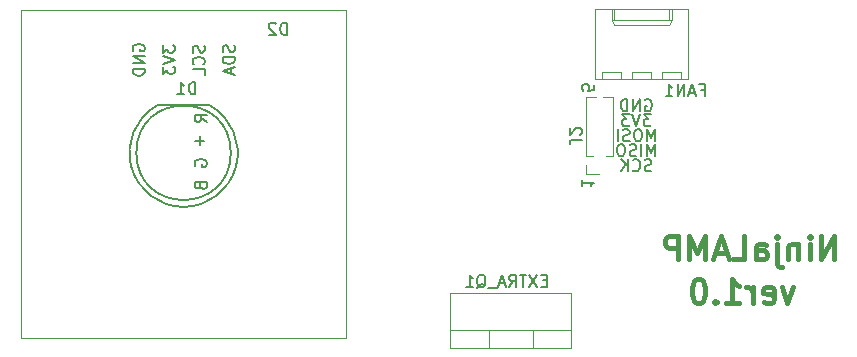
<source format=gbo>
G04 #@! TF.GenerationSoftware,KiCad,Pcbnew,(5.1.6-0-10_14)*
G04 #@! TF.CreationDate,2020-10-30T11:13:34+09:00*
G04 #@! TF.ProjectId,NinjaLAMP,4e696e6a-614c-4414-9d50-2e6b69636164,rev?*
G04 #@! TF.SameCoordinates,Original*
G04 #@! TF.FileFunction,Legend,Bot*
G04 #@! TF.FilePolarity,Positive*
%FSLAX46Y46*%
G04 Gerber Fmt 4.6, Leading zero omitted, Abs format (unit mm)*
G04 Created by KiCad (PCBNEW (5.1.6-0-10_14)) date 2020-10-30 11:13:34*
%MOMM*%
%LPD*%
G01*
G04 APERTURE LIST*
%ADD10C,0.400000*%
%ADD11C,0.150000*%
%ADD12C,0.120000*%
%ADD13C,0.127000*%
G04 APERTURE END LIST*
D10*
X185125833Y-112038428D02*
X184649642Y-113371761D01*
X184173452Y-112038428D01*
X182649642Y-113276523D02*
X182840119Y-113371761D01*
X183221071Y-113371761D01*
X183411547Y-113276523D01*
X183506785Y-113086047D01*
X183506785Y-112324142D01*
X183411547Y-112133666D01*
X183221071Y-112038428D01*
X182840119Y-112038428D01*
X182649642Y-112133666D01*
X182554404Y-112324142D01*
X182554404Y-112514619D01*
X183506785Y-112705095D01*
X181697261Y-113371761D02*
X181697261Y-112038428D01*
X181697261Y-112419380D02*
X181602023Y-112228904D01*
X181506785Y-112133666D01*
X181316309Y-112038428D01*
X181125833Y-112038428D01*
X179411547Y-113371761D02*
X180554404Y-113371761D01*
X179982976Y-113371761D02*
X179982976Y-111371761D01*
X180173452Y-111657476D01*
X180363928Y-111847952D01*
X180554404Y-111943190D01*
X178554404Y-113181285D02*
X178459166Y-113276523D01*
X178554404Y-113371761D01*
X178649642Y-113276523D01*
X178554404Y-113181285D01*
X178554404Y-113371761D01*
X177221071Y-111371761D02*
X177030595Y-111371761D01*
X176840119Y-111467000D01*
X176744880Y-111562238D01*
X176649642Y-111752714D01*
X176554404Y-112133666D01*
X176554404Y-112609857D01*
X176649642Y-112990809D01*
X176744880Y-113181285D01*
X176840119Y-113276523D01*
X177030595Y-113371761D01*
X177221071Y-113371761D01*
X177411547Y-113276523D01*
X177506785Y-113181285D01*
X177602023Y-112990809D01*
X177697261Y-112609857D01*
X177697261Y-112133666D01*
X177602023Y-111752714D01*
X177506785Y-111562238D01*
X177411547Y-111467000D01*
X177221071Y-111371761D01*
X188625357Y-109701761D02*
X188625357Y-107701761D01*
X187482500Y-109701761D01*
X187482500Y-107701761D01*
X186530119Y-109701761D02*
X186530119Y-108368428D01*
X186530119Y-107701761D02*
X186625357Y-107797000D01*
X186530119Y-107892238D01*
X186434880Y-107797000D01*
X186530119Y-107701761D01*
X186530119Y-107892238D01*
X185577738Y-108368428D02*
X185577738Y-109701761D01*
X185577738Y-108558904D02*
X185482500Y-108463666D01*
X185292023Y-108368428D01*
X185006309Y-108368428D01*
X184815833Y-108463666D01*
X184720595Y-108654142D01*
X184720595Y-109701761D01*
X183768214Y-108368428D02*
X183768214Y-110082714D01*
X183863452Y-110273190D01*
X184053928Y-110368428D01*
X184149166Y-110368428D01*
X183768214Y-107701761D02*
X183863452Y-107797000D01*
X183768214Y-107892238D01*
X183672976Y-107797000D01*
X183768214Y-107701761D01*
X183768214Y-107892238D01*
X181958690Y-109701761D02*
X181958690Y-108654142D01*
X182053928Y-108463666D01*
X182244404Y-108368428D01*
X182625357Y-108368428D01*
X182815833Y-108463666D01*
X181958690Y-109606523D02*
X182149166Y-109701761D01*
X182625357Y-109701761D01*
X182815833Y-109606523D01*
X182911071Y-109416047D01*
X182911071Y-109225571D01*
X182815833Y-109035095D01*
X182625357Y-108939857D01*
X182149166Y-108939857D01*
X181958690Y-108844619D01*
X180053928Y-109701761D02*
X181006309Y-109701761D01*
X181006309Y-107701761D01*
X179482500Y-109130333D02*
X178530119Y-109130333D01*
X179672976Y-109701761D02*
X179006309Y-107701761D01*
X178339642Y-109701761D01*
X177672976Y-109701761D02*
X177672976Y-107701761D01*
X177006309Y-109130333D01*
X176339642Y-107701761D01*
X176339642Y-109701761D01*
X175387261Y-109701761D02*
X175387261Y-107701761D01*
X174625357Y-107701761D01*
X174434880Y-107797000D01*
X174339642Y-107892238D01*
X174244404Y-108082714D01*
X174244404Y-108368428D01*
X174339642Y-108558904D01*
X174434880Y-108654142D01*
X174625357Y-108749380D01*
X175387261Y-108749380D01*
D11*
X173138214Y-102171761D02*
X172995357Y-102219380D01*
X172757261Y-102219380D01*
X172662023Y-102171761D01*
X172614404Y-102124142D01*
X172566785Y-102028904D01*
X172566785Y-101933666D01*
X172614404Y-101838428D01*
X172662023Y-101790809D01*
X172757261Y-101743190D01*
X172947738Y-101695571D01*
X173042976Y-101647952D01*
X173090595Y-101600333D01*
X173138214Y-101505095D01*
X173138214Y-101409857D01*
X173090595Y-101314619D01*
X173042976Y-101267000D01*
X172947738Y-101219380D01*
X172709642Y-101219380D01*
X172566785Y-101267000D01*
X171566785Y-102124142D02*
X171614404Y-102171761D01*
X171757261Y-102219380D01*
X171852500Y-102219380D01*
X171995357Y-102171761D01*
X172090595Y-102076523D01*
X172138214Y-101981285D01*
X172185833Y-101790809D01*
X172185833Y-101647952D01*
X172138214Y-101457476D01*
X172090595Y-101362238D01*
X171995357Y-101267000D01*
X171852500Y-101219380D01*
X171757261Y-101219380D01*
X171614404Y-101267000D01*
X171566785Y-101314619D01*
X171138214Y-102219380D02*
X171138214Y-101219380D01*
X170566785Y-102219380D02*
X170995357Y-101647952D01*
X170566785Y-101219380D02*
X171138214Y-101790809D01*
X173423928Y-100949380D02*
X173423928Y-99949380D01*
X173090595Y-100663666D01*
X172757261Y-99949380D01*
X172757261Y-100949380D01*
X172281071Y-100949380D02*
X172281071Y-99949380D01*
X171852500Y-100901761D02*
X171709642Y-100949380D01*
X171471547Y-100949380D01*
X171376309Y-100901761D01*
X171328690Y-100854142D01*
X171281071Y-100758904D01*
X171281071Y-100663666D01*
X171328690Y-100568428D01*
X171376309Y-100520809D01*
X171471547Y-100473190D01*
X171662023Y-100425571D01*
X171757261Y-100377952D01*
X171804880Y-100330333D01*
X171852500Y-100235095D01*
X171852500Y-100139857D01*
X171804880Y-100044619D01*
X171757261Y-99997000D01*
X171662023Y-99949380D01*
X171423928Y-99949380D01*
X171281071Y-99997000D01*
X170662023Y-99949380D02*
X170471547Y-99949380D01*
X170376309Y-99997000D01*
X170281071Y-100092238D01*
X170233452Y-100282714D01*
X170233452Y-100616047D01*
X170281071Y-100806523D01*
X170376309Y-100901761D01*
X170471547Y-100949380D01*
X170662023Y-100949380D01*
X170757261Y-100901761D01*
X170852500Y-100806523D01*
X170900119Y-100616047D01*
X170900119Y-100282714D01*
X170852500Y-100092238D01*
X170757261Y-99997000D01*
X170662023Y-99949380D01*
X173423928Y-99679380D02*
X173423928Y-98679380D01*
X173090595Y-99393666D01*
X172757261Y-98679380D01*
X172757261Y-99679380D01*
X172090595Y-98679380D02*
X171900119Y-98679380D01*
X171804880Y-98727000D01*
X171709642Y-98822238D01*
X171662023Y-99012714D01*
X171662023Y-99346047D01*
X171709642Y-99536523D01*
X171804880Y-99631761D01*
X171900119Y-99679380D01*
X172090595Y-99679380D01*
X172185833Y-99631761D01*
X172281071Y-99536523D01*
X172328690Y-99346047D01*
X172328690Y-99012714D01*
X172281071Y-98822238D01*
X172185833Y-98727000D01*
X172090595Y-98679380D01*
X171281071Y-99631761D02*
X171138214Y-99679380D01*
X170900119Y-99679380D01*
X170804880Y-99631761D01*
X170757261Y-99584142D01*
X170709642Y-99488904D01*
X170709642Y-99393666D01*
X170757261Y-99298428D01*
X170804880Y-99250809D01*
X170900119Y-99203190D01*
X171090595Y-99155571D01*
X171185833Y-99107952D01*
X171233452Y-99060333D01*
X171281071Y-98965095D01*
X171281071Y-98869857D01*
X171233452Y-98774619D01*
X171185833Y-98727000D01*
X171090595Y-98679380D01*
X170852500Y-98679380D01*
X170709642Y-98727000D01*
X170281071Y-99679380D02*
X170281071Y-98679380D01*
X173090595Y-97409380D02*
X172471547Y-97409380D01*
X172804880Y-97790333D01*
X172662023Y-97790333D01*
X172566785Y-97837952D01*
X172519166Y-97885571D01*
X172471547Y-97980809D01*
X172471547Y-98218904D01*
X172519166Y-98314142D01*
X172566785Y-98361761D01*
X172662023Y-98409380D01*
X172947738Y-98409380D01*
X173042976Y-98361761D01*
X173090595Y-98314142D01*
X172185833Y-97409380D02*
X171852500Y-98409380D01*
X171519166Y-97409380D01*
X171281071Y-97409380D02*
X170662023Y-97409380D01*
X170995357Y-97790333D01*
X170852500Y-97790333D01*
X170757261Y-97837952D01*
X170709642Y-97885571D01*
X170662023Y-97980809D01*
X170662023Y-98218904D01*
X170709642Y-98314142D01*
X170757261Y-98361761D01*
X170852500Y-98409380D01*
X171138214Y-98409380D01*
X171233452Y-98361761D01*
X171281071Y-98314142D01*
X172614404Y-96187000D02*
X172709642Y-96139380D01*
X172852500Y-96139380D01*
X172995357Y-96187000D01*
X173090595Y-96282238D01*
X173138214Y-96377476D01*
X173185833Y-96567952D01*
X173185833Y-96710809D01*
X173138214Y-96901285D01*
X173090595Y-96996523D01*
X172995357Y-97091761D01*
X172852500Y-97139380D01*
X172757261Y-97139380D01*
X172614404Y-97091761D01*
X172566785Y-97044142D01*
X172566785Y-96710809D01*
X172757261Y-96710809D01*
X172138214Y-97139380D02*
X172138214Y-96139380D01*
X171566785Y-97139380D01*
X171566785Y-96139380D01*
X171090595Y-97139380D02*
X171090595Y-96139380D01*
X170852500Y-96139380D01*
X170709642Y-96187000D01*
X170614404Y-96282238D01*
X170566785Y-96377476D01*
X170519166Y-96567952D01*
X170519166Y-96710809D01*
X170566785Y-96901285D01*
X170614404Y-96996523D01*
X170709642Y-97091761D01*
X170852500Y-97139380D01*
X171090595Y-97139380D01*
X168270119Y-94898904D02*
X168270119Y-95375095D01*
X167793928Y-95422714D01*
X167841547Y-95375095D01*
X167889166Y-95279857D01*
X167889166Y-95041761D01*
X167841547Y-94946523D01*
X167793928Y-94898904D01*
X167698690Y-94851285D01*
X167460595Y-94851285D01*
X167365357Y-94898904D01*
X167317738Y-94946523D01*
X167270119Y-95041761D01*
X167270119Y-95279857D01*
X167317738Y-95375095D01*
X167365357Y-95422714D01*
X167270119Y-102951285D02*
X167270119Y-103522714D01*
X167270119Y-103237000D02*
X168270119Y-103237000D01*
X168127261Y-103332238D01*
X168032023Y-103427476D01*
X167984404Y-103522714D01*
X137797261Y-91582714D02*
X137844880Y-91725571D01*
X137844880Y-91963666D01*
X137797261Y-92058904D01*
X137749642Y-92106523D01*
X137654404Y-92154142D01*
X137559166Y-92154142D01*
X137463928Y-92106523D01*
X137416309Y-92058904D01*
X137368690Y-91963666D01*
X137321071Y-91773190D01*
X137273452Y-91677952D01*
X137225833Y-91630333D01*
X137130595Y-91582714D01*
X137035357Y-91582714D01*
X136940119Y-91630333D01*
X136892500Y-91677952D01*
X136844880Y-91773190D01*
X136844880Y-92011285D01*
X136892500Y-92154142D01*
X137844880Y-92582714D02*
X136844880Y-92582714D01*
X136844880Y-92820809D01*
X136892500Y-92963666D01*
X136987738Y-93058904D01*
X137082976Y-93106523D01*
X137273452Y-93154142D01*
X137416309Y-93154142D01*
X137606785Y-93106523D01*
X137702023Y-93058904D01*
X137797261Y-92963666D01*
X137844880Y-92820809D01*
X137844880Y-92582714D01*
X137559166Y-93535095D02*
X137559166Y-94011285D01*
X137844880Y-93439857D02*
X136844880Y-93773190D01*
X137844880Y-94106523D01*
X135257261Y-91606523D02*
X135304880Y-91749380D01*
X135304880Y-91987476D01*
X135257261Y-92082714D01*
X135209642Y-92130333D01*
X135114404Y-92177952D01*
X135019166Y-92177952D01*
X134923928Y-92130333D01*
X134876309Y-92082714D01*
X134828690Y-91987476D01*
X134781071Y-91797000D01*
X134733452Y-91701761D01*
X134685833Y-91654142D01*
X134590595Y-91606523D01*
X134495357Y-91606523D01*
X134400119Y-91654142D01*
X134352500Y-91701761D01*
X134304880Y-91797000D01*
X134304880Y-92035095D01*
X134352500Y-92177952D01*
X135209642Y-93177952D02*
X135257261Y-93130333D01*
X135304880Y-92987476D01*
X135304880Y-92892238D01*
X135257261Y-92749380D01*
X135162023Y-92654142D01*
X135066785Y-92606523D01*
X134876309Y-92558904D01*
X134733452Y-92558904D01*
X134542976Y-92606523D01*
X134447738Y-92654142D01*
X134352500Y-92749380D01*
X134304880Y-92892238D01*
X134304880Y-92987476D01*
X134352500Y-93130333D01*
X134400119Y-93177952D01*
X135304880Y-94082714D02*
X135304880Y-93606523D01*
X134304880Y-93606523D01*
X131764880Y-91558904D02*
X131764880Y-92177952D01*
X132145833Y-91844619D01*
X132145833Y-91987476D01*
X132193452Y-92082714D01*
X132241071Y-92130333D01*
X132336309Y-92177952D01*
X132574404Y-92177952D01*
X132669642Y-92130333D01*
X132717261Y-92082714D01*
X132764880Y-91987476D01*
X132764880Y-91701761D01*
X132717261Y-91606523D01*
X132669642Y-91558904D01*
X131764880Y-92463666D02*
X132764880Y-92797000D01*
X131764880Y-93130333D01*
X131764880Y-93368428D02*
X131764880Y-93987476D01*
X132145833Y-93654142D01*
X132145833Y-93797000D01*
X132193452Y-93892238D01*
X132241071Y-93939857D01*
X132336309Y-93987476D01*
X132574404Y-93987476D01*
X132669642Y-93939857D01*
X132717261Y-93892238D01*
X132764880Y-93797000D01*
X132764880Y-93511285D01*
X132717261Y-93416047D01*
X132669642Y-93368428D01*
X129272500Y-92035095D02*
X129224880Y-91939857D01*
X129224880Y-91797000D01*
X129272500Y-91654142D01*
X129367738Y-91558904D01*
X129462976Y-91511285D01*
X129653452Y-91463666D01*
X129796309Y-91463666D01*
X129986785Y-91511285D01*
X130082023Y-91558904D01*
X130177261Y-91654142D01*
X130224880Y-91797000D01*
X130224880Y-91892238D01*
X130177261Y-92035095D01*
X130129642Y-92082714D01*
X129796309Y-92082714D01*
X129796309Y-91892238D01*
X130224880Y-92511285D02*
X129224880Y-92511285D01*
X130224880Y-93082714D01*
X129224880Y-93082714D01*
X130224880Y-93558904D02*
X129224880Y-93558904D01*
X129224880Y-93797000D01*
X129272500Y-93939857D01*
X129367738Y-94035095D01*
X129462976Y-94082714D01*
X129653452Y-94130333D01*
X129796309Y-94130333D01*
X129986785Y-94082714D01*
X130082023Y-94035095D01*
X130177261Y-93939857D01*
X130224880Y-93797000D01*
X130224880Y-93558904D01*
D12*
G04 #@! TO.C,J2*
X167622500Y-95922000D02*
X168424970Y-95922000D01*
X169040030Y-95922000D02*
X169842500Y-95922000D01*
X167622500Y-100937000D02*
X167622500Y-95922000D01*
X169842500Y-100937000D02*
X169842500Y-95922000D01*
X167622500Y-100937000D02*
X168169029Y-100937000D01*
X169295971Y-100937000D02*
X169842500Y-100937000D01*
X167622500Y-101697000D02*
X167622500Y-102457000D01*
X167622500Y-102457000D02*
X168732500Y-102457000D01*
G04 #@! TO.C,D2*
X147270000Y-88540000D02*
X119770000Y-88540000D01*
X147270000Y-116340000D02*
X119770000Y-116340000D01*
X119770000Y-88540000D02*
X119770000Y-116340000D01*
X147270000Y-88540000D02*
X147270000Y-116340000D01*
D13*
G04 #@! TO.C,D1*
X137523208Y-100660314D02*
G75*
G03*
X137523208Y-100660314I-4000000J0D01*
G01*
X131273208Y-96660314D02*
X135773208Y-96660314D01*
X131253374Y-96671535D02*
G75*
G03*
X135773208Y-96660314I2269834J-3988779D01*
G01*
D12*
G04 #@! TO.C,FAN1*
X175639100Y-93839800D02*
X175639100Y-94459800D01*
X174039100Y-93839800D02*
X175639100Y-93839800D01*
X174039100Y-94459800D02*
X174039100Y-93839800D01*
X173099100Y-93839800D02*
X173099100Y-94459800D01*
X171499100Y-93839800D02*
X173099100Y-93839800D01*
X171499100Y-94459800D02*
X171499100Y-93839800D01*
X170559100Y-93839800D02*
X170559100Y-94459800D01*
X168959100Y-93839800D02*
X170559100Y-93839800D01*
X168959100Y-94459800D02*
X168959100Y-93839800D01*
X174589100Y-88459800D02*
X174589100Y-89459800D01*
X170009100Y-88459800D02*
X170009100Y-89459800D01*
X174589100Y-89889800D02*
X174839100Y-89459800D01*
X170009100Y-89889800D02*
X174589100Y-89889800D01*
X169759100Y-89459800D02*
X170009100Y-89889800D01*
X174839100Y-89459800D02*
X174839100Y-88459800D01*
X169759100Y-89459800D02*
X174839100Y-89459800D01*
X169759100Y-88459800D02*
X169759100Y-89459800D01*
X176209100Y-94459800D02*
X168389100Y-94459800D01*
X176209100Y-88459800D02*
X176209100Y-94459800D01*
X168389100Y-88459800D02*
X176209100Y-88459800D01*
X168389100Y-94459800D02*
X168389100Y-88459800D01*
G04 #@! TO.C,EXTRA_Q1*
X156102500Y-117177000D02*
X166342500Y-117177000D01*
X156102500Y-112536000D02*
X166342500Y-112536000D01*
X156102500Y-117177000D02*
X156102500Y-112536000D01*
X166342500Y-117177000D02*
X166342500Y-112536000D01*
X156102500Y-115667000D02*
X166342500Y-115667000D01*
X159372500Y-117177000D02*
X159372500Y-115667000D01*
X163073500Y-117177000D02*
X163073500Y-115667000D01*
G04 #@! TO.C,J2*
D11*
X167220119Y-99560333D02*
X166505833Y-99560333D01*
X166362976Y-99607952D01*
X166267738Y-99703190D01*
X166220119Y-99846047D01*
X166220119Y-99941285D01*
X167124880Y-99131761D02*
X167172500Y-99084142D01*
X167220119Y-98988904D01*
X167220119Y-98750809D01*
X167172500Y-98655571D01*
X167124880Y-98607952D01*
X167029642Y-98560333D01*
X166934404Y-98560333D01*
X166791547Y-98607952D01*
X166220119Y-99179380D01*
X166220119Y-98560333D01*
G04 #@! TO.C,D2*
X142265595Y-90669380D02*
X142265595Y-89669380D01*
X142027500Y-89669380D01*
X141884642Y-89717000D01*
X141789404Y-89812238D01*
X141741785Y-89907476D01*
X141694166Y-90097952D01*
X141694166Y-90240809D01*
X141741785Y-90431285D01*
X141789404Y-90526523D01*
X141884642Y-90621761D01*
X142027500Y-90669380D01*
X142265595Y-90669380D01*
X141313214Y-89764619D02*
X141265595Y-89717000D01*
X141170357Y-89669380D01*
X140932261Y-89669380D01*
X140837023Y-89717000D01*
X140789404Y-89764619D01*
X140741785Y-89859857D01*
X140741785Y-89955095D01*
X140789404Y-90097952D01*
X141360833Y-90669380D01*
X140741785Y-90669380D01*
G04 #@! TO.C,D1*
X134520595Y-95705380D02*
X134520595Y-94705380D01*
X134282500Y-94705380D01*
X134139642Y-94753000D01*
X134044404Y-94848238D01*
X133996785Y-94943476D01*
X133949166Y-95133952D01*
X133949166Y-95276809D01*
X133996785Y-95467285D01*
X134044404Y-95562523D01*
X134139642Y-95657761D01*
X134282500Y-95705380D01*
X134520595Y-95705380D01*
X132996785Y-95705380D02*
X133568214Y-95705380D01*
X133282500Y-95705380D02*
X133282500Y-94705380D01*
X133377738Y-94848238D01*
X133472976Y-94943476D01*
X133568214Y-94991095D01*
X134948571Y-103500342D02*
X134996190Y-103643199D01*
X135043809Y-103690818D01*
X135139047Y-103738437D01*
X135281904Y-103738437D01*
X135377142Y-103690818D01*
X135424761Y-103643199D01*
X135472380Y-103547961D01*
X135472380Y-103167009D01*
X134472380Y-103167009D01*
X134472380Y-103500342D01*
X134520000Y-103595580D01*
X134567619Y-103643199D01*
X134662857Y-103690818D01*
X134758095Y-103690818D01*
X134853333Y-103643199D01*
X134900952Y-103595580D01*
X134948571Y-103500342D01*
X134948571Y-103167009D01*
X134520000Y-101785818D02*
X134472380Y-101690580D01*
X134472380Y-101547723D01*
X134520000Y-101404866D01*
X134615238Y-101309628D01*
X134710476Y-101262009D01*
X134900952Y-101214390D01*
X135043809Y-101214390D01*
X135234285Y-101262009D01*
X135329523Y-101309628D01*
X135424761Y-101404866D01*
X135472380Y-101547723D01*
X135472380Y-101642961D01*
X135424761Y-101785818D01*
X135377142Y-101833437D01*
X135043809Y-101833437D01*
X135043809Y-101642961D01*
X135472380Y-98059837D02*
X134996190Y-97726504D01*
X135472380Y-97488409D02*
X134472380Y-97488409D01*
X134472380Y-97869361D01*
X134520000Y-97964599D01*
X134567619Y-98012218D01*
X134662857Y-98059837D01*
X134805714Y-98059837D01*
X134900952Y-98012218D01*
X134948571Y-97964599D01*
X134996190Y-97869361D01*
X134996190Y-97488409D01*
X134881428Y-99259047D02*
X134881428Y-100020952D01*
X135262380Y-99640000D02*
X134500476Y-99640000D01*
G04 #@! TO.C,FAN1*
X177298214Y-95335571D02*
X177631547Y-95335571D01*
X177631547Y-95859380D02*
X177631547Y-94859380D01*
X177155357Y-94859380D01*
X176822023Y-95573666D02*
X176345833Y-95573666D01*
X176917261Y-95859380D02*
X176583928Y-94859380D01*
X176250595Y-95859380D01*
X175917261Y-95859380D02*
X175917261Y-94859380D01*
X175345833Y-95859380D01*
X175345833Y-94859380D01*
X174345833Y-95859380D02*
X174917261Y-95859380D01*
X174631547Y-95859380D02*
X174631547Y-94859380D01*
X174726785Y-95002238D01*
X174822023Y-95097476D01*
X174917261Y-95145095D01*
G04 #@! TO.C,EXTRA_Q1*
X164263552Y-111479931D02*
X163930219Y-111479931D01*
X163787361Y-112003740D02*
X164263552Y-112003740D01*
X164263552Y-111003740D01*
X163787361Y-111003740D01*
X163454028Y-111003740D02*
X162787361Y-112003740D01*
X162787361Y-111003740D02*
X163454028Y-112003740D01*
X162549266Y-111003740D02*
X161977838Y-111003740D01*
X162263552Y-112003740D02*
X162263552Y-111003740D01*
X161073076Y-112003740D02*
X161406409Y-111527550D01*
X161644504Y-112003740D02*
X161644504Y-111003740D01*
X161263552Y-111003740D01*
X161168314Y-111051360D01*
X161120695Y-111098979D01*
X161073076Y-111194217D01*
X161073076Y-111337074D01*
X161120695Y-111432312D01*
X161168314Y-111479931D01*
X161263552Y-111527550D01*
X161644504Y-111527550D01*
X160692123Y-111718026D02*
X160215933Y-111718026D01*
X160787361Y-112003740D02*
X160454028Y-111003740D01*
X160120695Y-112003740D01*
X160025457Y-112098979D02*
X159263552Y-112098979D01*
X158358790Y-112098979D02*
X158454028Y-112051360D01*
X158549266Y-111956121D01*
X158692123Y-111813264D01*
X158787361Y-111765645D01*
X158882600Y-111765645D01*
X158834980Y-112003740D02*
X158930219Y-111956121D01*
X159025457Y-111860883D01*
X159073076Y-111670407D01*
X159073076Y-111337074D01*
X159025457Y-111146598D01*
X158930219Y-111051360D01*
X158834980Y-111003740D01*
X158644504Y-111003740D01*
X158549266Y-111051360D01*
X158454028Y-111146598D01*
X158406409Y-111337074D01*
X158406409Y-111670407D01*
X158454028Y-111860883D01*
X158549266Y-111956121D01*
X158644504Y-112003740D01*
X158834980Y-112003740D01*
X157454028Y-112003740D02*
X158025457Y-112003740D01*
X157739742Y-112003740D02*
X157739742Y-111003740D01*
X157834980Y-111146598D01*
X157930219Y-111241836D01*
X158025457Y-111289455D01*
G04 #@! TD*
M02*

</source>
